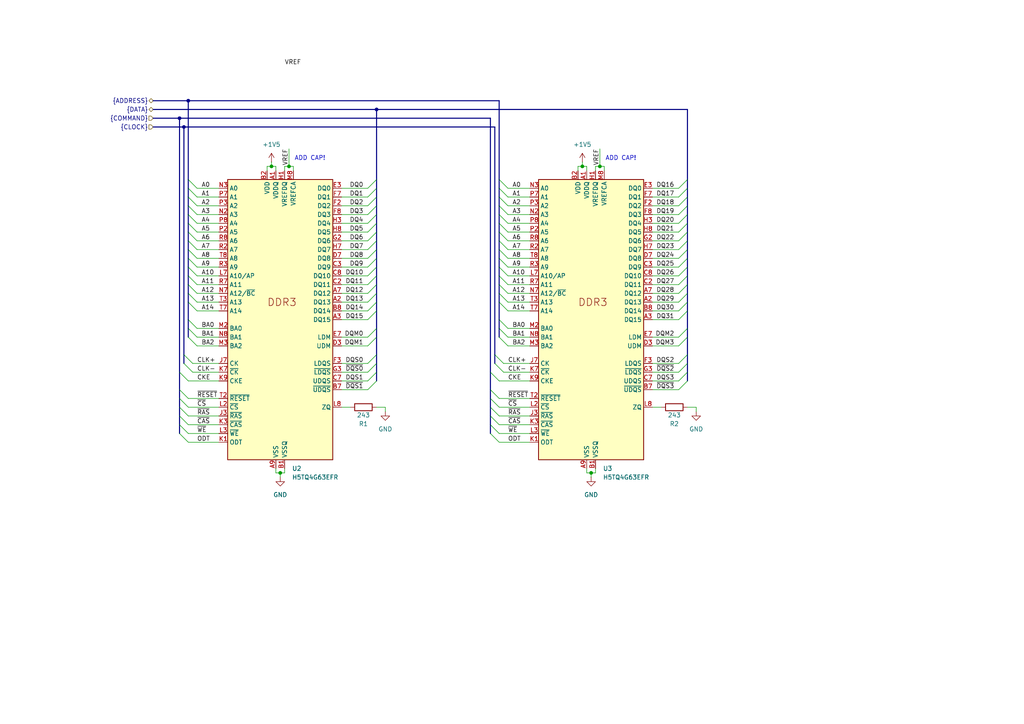
<source format=kicad_sch>
(kicad_sch (version 20250114) (generator "eeschema") (generator_version "9.0")
  (paper "A4")
  (lib_symbols
    (symbol "Device:R" (pin_numbers (hide yes)) (pin_names (offset 0))
      (property "Reference" "R" (at 2.032 0 90))
      (property "Value" "R" (at 0 0 90))
      (symbol "R_0_1"
        (rectangle (start -1.016 -2.54) (end 1.016 2.54) (stroke (width 0.254)))
      )
      (symbol "R_1_1"
        (pin passive line (at 0 3.81 270) (length 1.27) (name "~") (number "1"))
        (pin passive line (at 0 -3.81 90) (length 1.27) (name "~") (number "2"))
      )
    )
    (symbol "cm0:H5TQ4G63EFR"
      (property "Reference" "U" (at -13.97 41.91 0))
      (property "Value" "H5TQ4G63EFR" (at 13.97 41.91 0))
      (symbol "H5TQ4G63EFR_0_1"
        (rectangle (start -15.24 -40.64) (end 15.24 40.64) (stroke (width 0.254)) (fill (type background)))
        (pin input line (at -17.78 38.1 0) (length 2.54) (name "A0") (number "N3"))
        (pin input line (at -17.78 35.56 0) (length 2.54) (name "A1") (number "P7"))
        (pin input line (at -17.78 33.02 0) (length 2.54) (name "A2") (number "P3"))
        (pin input line (at -17.78 30.48 0) (length 2.54) (name "A3") (number "N2"))
        (pin input line (at -17.78 27.94 0) (length 2.54) (name "A4") (number "P8"))
        (pin input line (at -17.78 25.4 0) (length 2.54) (name "A5") (number "P2"))
        (pin input line (at -17.78 22.86 0) (length 2.54) (name "A6") (number "R8"))
        (pin input line (at -17.78 20.32 0) (length 2.54) (name "A7") (number "R2"))
        (pin input line (at -17.78 17.78 0) (length 2.54) (name "A8") (number "T8"))
        (pin input line (at -17.78 15.24 0) (length 2.54) (name "A9") (number "R3"))
        (pin input line (at -17.78 12.7 0) (length 2.54) (name "A10/AP") (number "L7"))
        (pin input line (at -17.78 10.16 0) (length 2.54) (name "A11") (number "R7"))
        (pin input line (at -17.78 7.62 0) (length 2.54) (name "A12/~{BC}") (number "N7"))
        (pin input line (at -17.78 5.08 0) (length 2.54) (name "A13") (number "T3"))
        (pin input line (at -17.78 2.54 0) (length 2.54) (name "A14") (number "T7"))
        (pin input line (at -17.78 -22.86 0) (length 2.54) (name "~{RESET}") (number "T2"))
        (pin input line (at -17.78 -25.4 0) (length 2.54) (name "~{CS}") (number "L2"))
        (pin power_in line (at -3.81 43.18 270) (length 2.54) (name "VDD") (number "B2"))
        (pin passive line (at -3.81 43.18 270) (length 2.54) (hide yes) (name "VDD") (number "D9"))
        (pin passive line (at -3.81 43.18 270) (length 2.54) (hide yes) (name "VDD") (number "G7"))
        (pin passive line (at -3.81 43.18 270) (length 2.54) (hide yes) (name "VDD") (number "K2"))
        (pin passive line (at -3.81 43.18 270) (length 2.54) (hide yes) (name "VDD") (number "K8"))
        (pin passive line (at -3.81 43.18 270) (length 2.54) (hide yes) (name "VDD") (number "N1"))
        (pin passive line (at -3.81 43.18 270) (length 2.54) (hide yes) (name "VDD") (number "N9"))
        (pin passive line (at -3.81 43.18 270) (length 2.54) (hide yes) (name "VDD") (number "R1"))
        (pin passive line (at -3.81 43.18 270) (length 2.54) (hide yes) (name "VDD") (number "R9"))
        (pin power_in line (at -1.27 43.18 270) (length 2.54) (name "VDDQ") (number "A1"))
        (pin passive line (at -1.27 43.18 270) (length 2.54) (hide yes) (name "VDDQ") (number "A8"))
        (pin passive line (at -1.27 43.18 270) (length 2.54) (hide yes) (name "VDDQ") (number "C1"))
        (pin passive line (at -1.27 43.18 270) (length 2.54) (hide yes) (name "VDDQ") (number "C9"))
        (pin passive line (at -1.27 43.18 270) (length 2.54) (hide yes) (name "VDDQ") (number "D2"))
        (pin passive line (at -1.27 43.18 270) (length 2.54) (hide yes) (name "VDDQ") (number "E9"))
        (pin passive line (at -1.27 43.18 270) (length 2.54) (hide yes) (name "VDDQ") (number "F1"))
        (pin passive line (at -1.27 43.18 270) (length 2.54) (hide yes) (name "VDDQ") (number "H2"))
        (pin passive line (at -1.27 43.18 270) (length 2.54) (hide yes) (name "VDDQ") (number "H9"))
        (pin power_in line (at -1.27 -43.18 90) (length 2.54) (name "VSS") (number "A9"))
        (pin passive line (at -1.27 -43.18 90) (length 2.54) (hide yes) (name "VSS") (number "B3"))
        (pin passive line (at -1.27 -43.18 90) (length 2.54) (hide yes) (name "VSS") (number "E1"))
        (pin passive line (at -1.27 -43.18 90) (length 2.54) (hide yes) (name "VSS") (number "G8"))
        (pin passive line (at -1.27 -43.18 90) (length 2.54) (hide yes) (name "VSS") (number "J2"))
        (pin passive line (at -1.27 -43.18 90) (length 2.54) (hide yes) (name "VSS") (number "J8"))
        (pin passive line (at -1.27 -43.18 90) (length 2.54) (hide yes) (name "VSS") (number "M1"))
        (pin passive line (at -1.27 -43.18 90) (length 2.54) (hide yes) (name "VSS") (number "M9"))
        (pin passive line (at -1.27 -43.18 90) (length 2.54) (hide yes) (name "VSS") (number "P1"))
        (pin passive line (at -1.27 -43.18 90) (length 2.54) (hide yes) (name "VSS") (number "P9"))
        (pin passive line (at -1.27 -43.18 90) (length 2.54) (hide yes) (name "VSS") (number "T1"))
        (pin passive line (at -1.27 -43.18 90) (length 2.54) (hide yes) (name "VSS") (number "T9"))
        (pin power_in line (at 1.27 43.18 270) (length 2.54) (name "VREFDQ") (number "H1"))
        (pin power_in line (at 1.27 -43.18 90) (length 2.54) (name "VSSQ") (number "B1"))
        (pin passive line (at 1.27 -43.18 90) (length 2.54) (hide yes) (name "VSSQ") (number "B9"))
        (pin passive line (at 1.27 -43.18 90) (length 2.54) (hide yes) (name "VSSQ") (number "D1"))
        (pin passive line (at 1.27 -43.18 90) (length 2.54) (hide yes) (name "VSSQ") (number "D8"))
        (pin passive line (at 1.27 -43.18 90) (length 2.54) (hide yes) (name "VSSQ") (number "E2"))
        (pin passive line (at 1.27 -43.18 90) (length 2.54) (hide yes) (name "VSSQ") (number "E8"))
        (pin passive line (at 1.27 -43.18 90) (length 2.54) (hide yes) (name "VSSQ") (number "F9"))
        (pin passive line (at 1.27 -43.18 90) (length 2.54) (hide yes) (name "VSSQ") (number "G1"))
        (pin passive line (at 1.27 -43.18 90) (length 2.54) (hide yes) (name "VSSQ") (number "G9"))
        (pin bidirectional line (at 17.78 38.1 180) (length 2.54) (name "DQ0") (number "E3"))
        (pin bidirectional line (at 17.78 35.56 180) (length 2.54) (name "DQ1") (number "F7"))
        (pin bidirectional line (at 17.78 33.02 180) (length 2.54) (name "DQ2") (number "F2"))
        (pin bidirectional line (at 17.78 30.48 180) (length 2.54) (name "DQ3") (number "F8"))
        (pin bidirectional line (at 17.78 27.94 180) (length 2.54) (name "DQ4") (number "H3"))
        (pin bidirectional line (at 17.78 25.4 180) (length 2.54) (name "DQ5") (number "H8"))
        (pin bidirectional line (at 17.78 22.86 180) (length 2.54) (name "DQ6") (number "G2"))
        (pin bidirectional line (at 17.78 20.32 180) (length 2.54) (name "DQ7") (number "H7"))
      )
      (symbol "H5TQ4G63EFR_1_1"
        (text "DDR3" (at -3.81 3.81 0) (effects (font (size 2.1336 2.1336)) (justify left bottom)))
        (pin input line (at -17.78 -2.54 0) (length 2.54) (name "BA0") (number "M2"))
        (pin input line (at -17.78 -5.08 0) (length 2.54) (name "BA1") (number "N8"))
        (pin input line (at -17.78 -7.62 0) (length 2.54) (name "BA2") (number "M3"))
        (pin input line (at -17.78 -12.7 0) (length 2.54) (name "CK") (number "J7"))
        (pin input line (at -17.78 -15.24 0) (length 2.54) (name "~{CK}") (number "K7"))
        (pin input line (at -17.78 -17.78 0) (length 2.54) (name "CKE") (number "K9"))
        (pin input line (at -17.78 -27.94 0) (length 2.54) (name "~{RAS}") (number "J3"))
        (pin input line (at -17.78 -30.48 0) (length 2.54) (name "~{CAS}") (number "K3"))
        (pin input line (at -17.78 -33.02 0) (length 2.54) (name "~{WE}") (number "L3"))
        (pin input line (at -17.78 -35.56 0) (length 2.54) (name "ODT") (number "K1"))
        (pin power_in line (at 3.81 43.18 270) (length 2.54) (name "VREFCA") (number "M8"))
        (pin no_connect line (at 15.24 -27.94 180) (length 2.54) (hide yes) (name "NC") (number "J1"))
        (pin no_connect line (at 15.24 -30.48 180) (length 2.54) (hide yes) (name "NC") (number "J9"))
        (pin no_connect line (at 15.24 -33.02 180) (length 2.54) (hide yes) (name "NC") (number "L1"))
        (pin no_connect line (at 15.24 -35.56 180) (length 2.54) (hide yes) (name "NC") (number "L9"))
        (pin no_connect line (at 15.24 -38.1 180) (length 2.54) (hide yes) (name "NC") (number "M7"))
        (pin bidirectional line (at 17.78 17.78 180) (length 2.54) (name "DQ8") (number "D7"))
        (pin bidirectional line (at 17.78 15.24 180) (length 2.54) (name "DQ9") (number "C3"))
        (pin bidirectional line (at 17.78 12.7 180) (length 2.54) (name "DQ10") (number "C8"))
        (pin bidirectional line (at 17.78 10.16 180) (length 2.54) (name "DQ11") (number "C2"))
        (pin bidirectional line (at 17.78 7.62 180) (length 2.54) (name "DQ12") (number "A7"))
        (pin bidirectional line (at 17.78 5.08 180) (length 2.54) (name "DQ13") (number "A2"))
        (pin bidirectional line (at 17.78 2.54 180) (length 2.54) (name "DQ14") (number "B8"))
        (pin bidirectional line (at 17.78 0 180) (length 2.54) (name "DQ15") (number "A3"))
        (pin input line (at 17.78 -5.08 180) (length 2.54) (name "LDM") (number "E7"))
        (pin input line (at 17.78 -7.62 180) (length 2.54) (name "UDM") (number "D3"))
        (pin bidirectional line (at 17.78 -12.7 180) (length 2.54) (name "LDQS") (number "F3"))
        (pin bidirectional line (at 17.78 -15.24 180) (length 2.54) (name "~{LDQS}") (number "G3"))
        (pin bidirectional line (at 17.78 -17.78 180) (length 2.54) (name "UDQS") (number "C7"))
        (pin bidirectional line (at 17.78 -20.32 180) (length 2.54) (name "~{UDQS}") (number "B7"))
        (pin input line (at 17.78 -25.4 180) (length 2.54) (name "ZQ") (number "L8"))
      )
    )
    (symbol "power:+1V5" (power) (pin_numbers (hide yes)) (pin_names (offset 0) (hide yes))
      (property "Value" "+1V5" (at 0 3.556 0))
      (symbol "+1V5_0_1"
        (polyline (pts (xy -0.762 1.27) (xy 0 2.54)))
        (polyline (pts (xy 0 2.54) (xy 0.762 1.27)))
        (polyline (pts (xy 0 0) (xy 0 2.54)))
      )
      (symbol "+1V5_1_1"
        (pin power_in line (at 0 0 90) (length 0) (name "~") (number "1"))
      )
    )
    (symbol "power:GND" (power) (pin_numbers (hide yes)) (pin_names (offset 0) (hide yes))
      (property "Value" "GND" (at 0 -3.81 0))
      (symbol "GND_0_1"
        (polyline (pts (xy 0 0) (xy 0 -1.27) (xy 1.27 -1.27) (xy 0 -2.54) (xy -1.27 -1.27) (xy 0 -1.27)))
      )
      (symbol "GND_1_1"
        (pin power_in line (at 0 0 270) (length 0) (name "~") (number "1"))
      )
    )
  )
  (bus_alias "ADDRESS" (members "A[0..14]" "BA[0..2]"))
  (bus_alias "CLOCK" (members "CLK+" "CLK-"))
  (bus_alias "COMMAND" (members "CKE" "~{RESET}" "~{CS}" "~{RAS}" "~{CAS}" "~{WE}" "ODT"))
  (bus_alias "DATA" (members "DQ[0..31]" "DQM[0..3]" "DQS[0..3]" "~{DQS0}" "~{DQS1}" "~{DQS2}" "~{DQS3}"))
  (text "ADD CAP!" (at 89.916 45.974 0) (effects (font (size 1.27 1.27))))
  (text "ADD CAP!" (at 180.086 45.974 0) (effects (font (size 1.27 1.27))))
  (junction (at 81.28 137.16))
  (junction (at 52.07 34.29))
  (junction (at 53.34 36.83))
  (junction (at 173.99 48.26))
  (junction (at 78.74 48.26))
  (junction (at 109.22 31.75))
  (junction (at 54.61 29.21))
  (junction (at 83.82 48.26))
  (junction (at 168.91 48.26))
  (junction (at 171.45 137.16))
  (bus_entry (at 106.68 64.77) (size 2.54 -2.54))
  (bus_entry (at 196.85 92.71) (size 2.54 -2.54))
  (bus_entry (at 147.32 59.69) (size -2.54 -2.54))
  (bus_entry (at 57.15 67.31) (size -2.54 -2.54))
  (bus_entry (at 106.68 57.15) (size 2.54 -2.54))
  (bus_entry (at 106.68 113.03) (size 2.54 -2.54))
  (bus_entry (at 55.88 107.95) (size -2.54 -2.54))
  (bus_entry (at 106.68 92.71) (size 2.54 -2.54))
  (bus_entry (at 55.88 105.41) (size -2.54 -2.54))
  (bus_entry (at 196.85 107.95) (size 2.54 -2.54))
  (bus_entry (at 57.15 90.17) (size -2.54 -2.54))
  (bus_entry (at 196.85 100.33) (size 2.54 -2.54))
  (bus_entry (at 54.61 115.57) (size -2.54 -2.54))
  (bus_entry (at 106.68 105.41) (size 2.54 -2.54))
  (bus_entry (at 54.61 123.19) (size -2.54 -2.54))
  (bus_entry (at 196.85 90.17) (size 2.54 -2.54))
  (bus_entry (at 54.61 125.73) (size -2.54 -2.54))
  (bus_entry (at 57.15 80.01) (size -2.54 -2.54))
  (bus_entry (at 196.85 62.23) (size 2.54 -2.54))
  (bus_entry (at 196.85 85.09) (size 2.54 -2.54))
  (bus_entry (at 54.61 110.49) (size -2.54 -2.54))
  (bus_entry (at 144.78 120.65) (size -2.54 -2.54))
  (bus_entry (at 147.32 77.47) (size -2.54 -2.54))
  (bus_entry (at 147.32 87.63) (size -2.54 -2.54))
  (bus_entry (at 106.68 77.47) (size 2.54 -2.54))
  (bus_entry (at 57.15 54.61) (size -2.54 -2.54))
  (bus_entry (at 196.85 110.49) (size 2.54 -2.54))
  (bus_entry (at 147.32 97.79) (size -2.54 -2.54))
  (bus_entry (at 57.15 97.79) (size -2.54 -2.54))
  (bus_entry (at 146.05 107.95) (size -2.54 -2.54))
  (bus_entry (at 144.78 125.73) (size -2.54 -2.54))
  (bus_entry (at 196.85 97.79) (size 2.54 -2.54))
  (bus_entry (at 106.68 72.39) (size 2.54 -2.54))
  (bus_entry (at 147.32 64.77) (size -2.54 -2.54))
  (bus_entry (at 106.68 107.95) (size 2.54 -2.54))
  (bus_entry (at 196.85 80.01) (size 2.54 -2.54))
  (bus_entry (at 106.68 67.31) (size 2.54 -2.54))
  (bus_entry (at 147.32 90.17) (size -2.54 -2.54))
  (bus_entry (at 196.85 87.63) (size 2.54 -2.54))
  (bus_entry (at 57.15 87.63) (size -2.54 -2.54))
  (bus_entry (at 147.32 95.25) (size -2.54 -2.54))
  (bus_entry (at 147.32 72.39) (size -2.54 -2.54))
  (bus_entry (at 57.15 77.47) (size -2.54 -2.54))
  (bus_entry (at 196.85 69.85) (size 2.54 -2.54))
  (bus_entry (at 106.68 110.49) (size 2.54 -2.54))
  (bus_entry (at 196.85 74.93) (size 2.54 -2.54))
  (bus_entry (at 144.78 118.11) (size -2.54 -2.54))
  (bus_entry (at 147.32 54.61) (size -2.54 -2.54))
  (bus_entry (at 106.68 62.23) (size 2.54 -2.54))
  (bus_entry (at 147.32 80.01) (size -2.54 -2.54))
  (bus_entry (at 144.78 123.19) (size -2.54 -2.54))
  (bus_entry (at 106.68 97.79) (size 2.54 -2.54))
  (bus_entry (at 106.68 90.17) (size 2.54 -2.54))
  (bus_entry (at 57.15 59.69) (size -2.54 -2.54))
  (bus_entry (at 196.85 54.61) (size 2.54 -2.54))
  (bus_entry (at 106.68 82.55) (size 2.54 -2.54))
  (bus_entry (at 144.78 110.49) (size -2.54 -2.54))
  (bus_entry (at 57.15 82.55) (size -2.54 -2.54))
  (bus_entry (at 147.32 62.23) (size -2.54 -2.54))
  (bus_entry (at 106.68 100.33) (size 2.54 -2.54))
  (bus_entry (at 146.05 105.41) (size -2.54 -2.54))
  (bus_entry (at 57.15 100.33) (size -2.54 -2.54))
  (bus_entry (at 196.85 77.47) (size 2.54 -2.54))
  (bus_entry (at 57.15 72.39) (size -2.54 -2.54))
  (bus_entry (at 147.32 82.55) (size -2.54 -2.54))
  (bus_entry (at 57.15 62.23) (size -2.54 -2.54))
  (bus_entry (at 147.32 100.33) (size -2.54 -2.54))
  (bus_entry (at 57.15 85.09) (size -2.54 -2.54))
  (bus_entry (at 147.32 67.31) (size -2.54 -2.54))
  (bus_entry (at 147.32 57.15) (size -2.54 -2.54))
  (bus_entry (at 196.85 105.41) (size 2.54 -2.54))
  (bus_entry (at 147.32 74.93) (size -2.54 -2.54))
  (bus_entry (at 54.61 118.11) (size -2.54 -2.54))
  (bus_entry (at 196.85 72.39) (size 2.54 -2.54))
  (bus_entry (at 144.78 128.27) (size -2.54 -2.54))
  (bus_entry (at 196.85 113.03) (size 2.54 -2.54))
  (bus_entry (at 54.61 128.27) (size -2.54 -2.54))
  (bus_entry (at 147.32 85.09) (size -2.54 -2.54))
  (bus_entry (at 57.15 69.85) (size -2.54 -2.54))
  (bus_entry (at 196.85 64.77) (size 2.54 -2.54))
  (bus_entry (at 196.85 67.31) (size 2.54 -2.54))
  (bus_entry (at 106.68 85.09) (size 2.54 -2.54))
  (bus_entry (at 144.78 115.57) (size -2.54 -2.54))
  (bus_entry (at 196.85 59.69) (size 2.54 -2.54))
  (bus_entry (at 54.61 120.65) (size -2.54 -2.54))
  (bus_entry (at 106.68 69.85) (size 2.54 -2.54))
  (bus_entry (at 196.85 82.55) (size 2.54 -2.54))
  (bus_entry (at 106.68 59.69) (size 2.54 -2.54))
  (bus_entry (at 57.15 95.25) (size -2.54 -2.54))
  (bus_entry (at 57.15 57.15) (size -2.54 -2.54))
  (bus_entry (at 57.15 64.77) (size -2.54 -2.54))
  (bus_entry (at 147.32 69.85) (size -2.54 -2.54))
  (bus_entry (at 106.68 54.61) (size 2.54 -2.54))
  (bus_entry (at 106.68 74.93) (size 2.54 -2.54))
  (bus_entry (at 106.68 80.01) (size 2.54 -2.54))
  (bus_entry (at 57.15 74.93) (size -2.54 -2.54))
  (bus_entry (at 196.85 57.15) (size 2.54 -2.54))
  (bus_entry (at 106.68 87.63) (size 2.54 -2.54))
  (wire (pts (xy 168.91 48.26) (xy 170.18 48.26)))
  (wire (pts (xy 147.32 62.23) (xy 153.67 62.23)))
  (wire (pts (xy 54.61 120.65) (xy 63.5 120.65)))
  (bus (pts (xy 54.61 69.85) (xy 54.61 67.31)))
  (wire (pts (xy 99.06 82.55) (xy 106.68 82.55)))
  (wire (pts (xy 173.99 48.26) (xy 172.72 48.26)))
  (wire (pts (xy 201.93 118.11) (xy 199.39 118.11)))
  (bus (pts (xy 53.34 105.41) (xy 53.34 102.87)))
  (bus (pts (xy 52.07 34.29) (xy 44.45 34.29)))
  (bus (pts (xy 144.78 95.25) (xy 144.78 92.71)))
  (wire (pts (xy 83.82 48.26) (xy 82.55 48.26)))
  (wire (pts (xy 99.06 110.49) (xy 106.68 110.49)))
  (wire (pts (xy 99.06 80.01) (xy 106.68 80.01)))
  (wire (pts (xy 201.93 119.38) (xy 201.93 118.11)))
  (bus (pts (xy 54.61 82.55) (xy 54.61 80.01)))
  (wire (pts (xy 144.78 120.65) (xy 153.67 120.65)))
  (bus (pts (xy 109.22 31.75) (xy 199.39 31.75)))
  (bus (pts (xy 109.22 77.47) (xy 109.22 74.93)))
  (bus (pts (xy 144.78 87.63) (xy 144.78 85.09)))
  (wire (pts (xy 146.05 107.95) (xy 153.67 107.95)))
  (bus (pts (xy 109.22 107.95) (xy 109.22 105.41)))
  (wire (pts (xy 57.15 100.33) (xy 63.5 100.33)))
  (bus (pts (xy 53.34 36.83) (xy 143.51 36.83)))
  (wire (pts (xy 81.28 138.43) (xy 81.28 137.16)))
  (bus (pts (xy 109.22 64.77) (xy 109.22 62.23)))
  (wire (pts (xy 189.23 110.49) (xy 196.85 110.49)))
  (wire (pts (xy 189.23 80.01) (xy 196.85 80.01)))
  (bus (pts (xy 199.39 77.47) (xy 199.39 74.93)))
  (wire (pts (xy 147.32 100.33) (xy 153.67 100.33)))
  (wire (pts (xy 189.23 64.77) (xy 196.85 64.77)))
  (bus (pts (xy 54.61 72.39) (xy 54.61 69.85)))
  (bus (pts (xy 144.78 69.85) (xy 144.78 67.31)))
  (wire (pts (xy 54.61 115.57) (xy 63.5 115.57)))
  (bus (pts (xy 199.39 72.39) (xy 199.39 69.85)))
  (wire (pts (xy 189.23 72.39) (xy 196.85 72.39)))
  (bus (pts (xy 199.39 74.93) (xy 199.39 72.39)))
  (bus (pts (xy 109.22 69.85) (xy 109.22 67.31)))
  (wire (pts (xy 189.23 77.47) (xy 196.85 77.47)))
  (wire (pts (xy 168.91 48.26) (xy 167.64 48.26)))
  (bus (pts (xy 109.22 90.17) (xy 109.22 87.63)))
  (wire (pts (xy 99.06 69.85) (xy 106.68 69.85)))
  (wire (pts (xy 172.72 48.26) (xy 172.72 49.53)))
  (wire (pts (xy 99.06 77.47) (xy 106.68 77.47)))
  (wire (pts (xy 189.23 62.23) (xy 196.85 62.23)))
  (wire (pts (xy 171.45 138.43) (xy 171.45 137.16)))
  (wire (pts (xy 99.06 107.95) (xy 106.68 107.95)))
  (bus (pts (xy 144.78 97.79) (xy 144.78 95.25)))
  (wire (pts (xy 189.23 85.09) (xy 196.85 85.09)))
  (bus (pts (xy 199.39 90.17) (xy 199.39 87.63)))
  (bus (pts (xy 199.39 102.87) (xy 199.39 97.79)))
  (bus (pts (xy 199.39 59.69) (xy 199.39 57.15)))
  (wire (pts (xy 85.09 48.26) (xy 85.09 49.53)))
  (bus (pts (xy 142.24 115.57) (xy 142.24 113.03)))
  (bus (pts (xy 142.24 34.29) (xy 52.07 34.29)))
  (wire (pts (xy 189.23 118.11) (xy 191.77 118.11)))
  (bus (pts (xy 144.78 64.77) (xy 144.78 62.23)))
  (wire (pts (xy 147.32 59.69) (xy 153.67 59.69)))
  (wire (pts (xy 172.72 135.89) (xy 172.72 137.16)))
  (wire (pts (xy 99.06 118.11) (xy 101.6 118.11)))
  (wire (pts (xy 189.23 59.69) (xy 196.85 59.69)))
  (bus (pts (xy 199.39 62.23) (xy 199.39 59.69)))
  (bus (pts (xy 144.78 59.69) (xy 144.78 57.15)))
  (wire (pts (xy 99.06 54.61) (xy 106.68 54.61)))
  (bus (pts (xy 109.22 80.01) (xy 109.22 77.47)))
  (bus (pts (xy 109.22 54.61) (xy 109.22 52.07)))
  (wire (pts (xy 189.23 87.63) (xy 196.85 87.63)))
  (bus (pts (xy 144.78 82.55) (xy 144.78 80.01)))
  (bus (pts (xy 54.61 54.61) (xy 54.61 52.07)))
  (wire (pts (xy 77.47 48.26) (xy 77.47 49.53)))
  (wire (pts (xy 99.06 90.17) (xy 106.68 90.17)))
  (wire (pts (xy 57.15 95.25) (xy 63.5 95.25)))
  (bus (pts (xy 109.22 97.79) (xy 109.22 95.25)))
  (wire (pts (xy 81.28 137.16) (xy 82.55 137.16)))
  (bus (pts (xy 109.22 95.25) (xy 109.22 90.17)))
  (bus (pts (xy 144.78 52.07) (xy 144.78 29.21)))
  (wire (pts (xy 171.45 137.16) (xy 172.72 137.16)))
  (wire (pts (xy 57.15 74.93) (xy 63.5 74.93)))
  (wire (pts (xy 99.06 97.79) (xy 106.68 97.79)))
  (bus (pts (xy 199.39 82.55) (xy 199.39 80.01)))
  (wire (pts (xy 99.06 59.69) (xy 106.68 59.69)))
  (wire (pts (xy 57.15 57.15) (xy 63.5 57.15)))
  (wire (pts (xy 99.06 92.71) (xy 106.68 92.71)))
  (wire (pts (xy 189.23 74.93) (xy 196.85 74.93)))
  (wire (pts (xy 57.15 85.09) (xy 63.5 85.09)))
  (wire (pts (xy 168.91 46.99) (xy 168.91 48.26)))
  (wire (pts (xy 54.61 118.11) (xy 63.5 118.11)))
  (wire (pts (xy 78.74 48.26) (xy 80.01 48.26)))
  (wire (pts (xy 147.32 57.15) (xy 153.67 57.15)))
  (wire (pts (xy 57.15 67.31) (xy 63.5 67.31)))
  (wire (pts (xy 171.45 137.16) (xy 170.18 137.16)))
  (bus (pts (xy 44.45 31.75) (xy 109.22 31.75)))
  (bus (pts (xy 144.78 54.61) (xy 144.78 52.07)))
  (wire (pts (xy 54.61 128.27) (xy 63.5 128.27)))
  (bus (pts (xy 52.07 107.95) (xy 52.07 34.29)))
  (bus (pts (xy 52.07 123.19) (xy 52.07 120.65)))
  (wire (pts (xy 147.32 74.93) (xy 153.67 74.93)))
  (wire (pts (xy 57.15 64.77) (xy 63.5 64.77)))
  (wire (pts (xy 80.01 48.26) (xy 80.01 49.53)))
  (bus (pts (xy 144.78 85.09) (xy 144.78 82.55)))
  (bus (pts (xy 199.39 105.41) (xy 199.39 102.87)))
  (wire (pts (xy 173.99 43.18) (xy 173.99 48.26)))
  (bus (pts (xy 52.07 115.57) (xy 52.07 113.03)))
  (bus (pts (xy 54.61 57.15) (xy 54.61 54.61)))
  (wire (pts (xy 147.32 72.39) (xy 153.67 72.39)))
  (bus (pts (xy 54.61 29.21) (xy 44.45 29.21)))
  (wire (pts (xy 144.78 125.73) (xy 153.67 125.73)))
  (wire (pts (xy 147.32 87.63) (xy 153.67 87.63)))
  (wire (pts (xy 57.15 54.61) (xy 63.5 54.61)))
  (wire (pts (xy 147.32 64.77) (xy 153.67 64.77)))
  (wire (pts (xy 99.06 85.09) (xy 106.68 85.09)))
  (bus (pts (xy 144.78 92.71) (xy 144.78 87.63)))
  (wire (pts (xy 78.74 48.26) (xy 77.47 48.26)))
  (wire (pts (xy 57.15 62.23) (xy 63.5 62.23)))
  (wire (pts (xy 147.32 54.61) (xy 153.67 54.61)))
  (wire (pts (xy 99.06 62.23) (xy 106.68 62.23)))
  (bus (pts (xy 144.78 57.15) (xy 144.78 54.61)))
  (bus (pts (xy 199.39 57.15) (xy 199.39 54.61)))
  (bus (pts (xy 109.22 52.07) (xy 109.22 31.75)))
  (wire (pts (xy 99.06 100.33) (xy 106.68 100.33)))
  (bus (pts (xy 199.39 95.25) (xy 199.39 90.17)))
  (wire (pts (xy 54.61 110.49) (xy 63.5 110.49)))
  (bus (pts (xy 199.39 85.09) (xy 199.39 82.55)))
  (bus (pts (xy 199.39 67.31) (xy 199.39 64.77)))
  (bus (pts (xy 109.22 82.55) (xy 109.22 80.01)))
  (wire (pts (xy 147.32 95.25) (xy 153.67 95.25)))
  (bus (pts (xy 144.78 72.39) (xy 144.78 69.85)))
  (bus (pts (xy 109.22 87.63) (xy 109.22 85.09)))
  (wire (pts (xy 57.15 77.47) (xy 63.5 77.47)))
  (bus (pts (xy 199.39 97.79) (xy 199.39 95.25)))
  (bus (pts (xy 109.22 102.87) (xy 109.22 97.79)))
  (wire (pts (xy 82.55 135.89) (xy 82.55 137.16)))
  (wire (pts (xy 78.74 46.99) (xy 78.74 48.26)))
  (wire (pts (xy 189.23 90.17) (xy 196.85 90.17)))
  (wire (pts (xy 189.23 113.03) (xy 196.85 113.03)))
  (bus (pts (xy 142.24 120.65) (xy 142.24 118.11)))
  (wire (pts (xy 175.26 48.26) (xy 175.26 49.53)))
  (wire (pts (xy 147.32 82.55) (xy 153.67 82.55)))
  (bus (pts (xy 144.78 80.01) (xy 144.78 77.47)))
  (bus (pts (xy 54.61 64.77) (xy 54.61 62.23)))
  (bus (pts (xy 54.61 59.69) (xy 54.61 57.15)))
  (wire (pts (xy 83.82 48.26) (xy 85.09 48.26)))
  (wire (pts (xy 189.23 67.31) (xy 196.85 67.31)))
  (bus (pts (xy 52.07 120.65) (xy 52.07 118.11)))
  (bus (pts (xy 109.22 110.49) (xy 109.22 107.95)))
  (bus (pts (xy 54.61 80.01) (xy 54.61 77.47)))
  (wire (pts (xy 57.15 90.17) (xy 63.5 90.17)))
  (bus (pts (xy 144.78 74.93) (xy 144.78 72.39)))
  (wire (pts (xy 54.61 123.19) (xy 63.5 123.19)))
  (bus (pts (xy 54.61 95.25) (xy 54.61 92.71)))
  (bus (pts (xy 52.07 113.03) (xy 52.07 107.95)))
  (bus (pts (xy 54.61 74.93) (xy 54.61 72.39)))
  (wire (pts (xy 147.32 77.47) (xy 153.67 77.47)))
  (bus (pts (xy 54.61 52.07) (xy 54.61 29.21)))
  (wire (pts (xy 82.55 48.26) (xy 82.55 49.53)))
  (wire (pts (xy 144.78 110.49) (xy 153.67 110.49)))
  (wire (pts (xy 57.15 80.01) (xy 63.5 80.01)))
  (bus (pts (xy 109.22 72.39) (xy 109.22 69.85)))
  (bus (pts (xy 199.39 69.85) (xy 199.39 67.31)))
  (bus (pts (xy 109.22 62.23) (xy 109.22 59.69)))
  (wire (pts (xy 189.23 92.71) (xy 196.85 92.71)))
  (bus (pts (xy 53.34 102.87) (xy 53.34 36.83)))
  (wire (pts (xy 189.23 100.33) (xy 196.85 100.33)))
  (wire (pts (xy 57.15 69.85) (xy 63.5 69.85)))
  (wire (pts (xy 81.28 137.16) (xy 80.01 137.16)))
  (bus (pts (xy 143.51 102.87) (xy 143.51 36.83)))
  (bus (pts (xy 144.78 67.31) (xy 144.78 64.77)))
  (bus (pts (xy 142.24 113.03) (xy 142.24 107.95)))
  (bus (pts (xy 54.61 97.79) (xy 54.61 95.25)))
  (wire (pts (xy 55.88 105.41) (xy 63.5 105.41)))
  (wire (pts (xy 80.01 137.16) (xy 80.01 135.89)))
  (wire (pts (xy 167.64 48.26) (xy 167.64 49.53)))
  (wire (pts (xy 99.06 64.77) (xy 106.68 64.77)))
  (wire (pts (xy 147.32 85.09) (xy 153.67 85.09)))
  (wire (pts (xy 147.32 97.79) (xy 153.67 97.79)))
  (wire (pts (xy 54.61 125.73) (xy 63.5 125.73)))
  (wire (pts (xy 189.23 69.85) (xy 196.85 69.85)))
  (bus (pts (xy 199.39 64.77) (xy 199.39 62.23)))
  (wire (pts (xy 147.32 67.31) (xy 153.67 67.31)))
  (wire (pts (xy 57.15 82.55) (xy 63.5 82.55)))
  (bus (pts (xy 109.22 67.31) (xy 109.22 64.77)))
  (bus (pts (xy 109.22 57.15) (xy 109.22 54.61)))
  (wire (pts (xy 99.06 105.41) (xy 106.68 105.41)))
  (bus (pts (xy 52.07 125.73) (xy 52.07 123.19)))
  (bus (pts (xy 109.22 59.69) (xy 109.22 57.15)))
  (wire (pts (xy 170.18 48.26) (xy 170.18 49.53)))
  (bus (pts (xy 199.39 80.01) (xy 199.39 77.47)))
  (wire (pts (xy 146.05 105.41) (xy 153.67 105.41)))
  (bus (pts (xy 54.61 62.23) (xy 54.61 59.69)))
  (bus (pts (xy 199.39 107.95) (xy 199.39 105.41)))
  (wire (pts (xy 147.32 69.85) (xy 153.67 69.85)))
  (bus (pts (xy 144.78 62.23) (xy 144.78 59.69)))
  (bus (pts (xy 144.78 77.47) (xy 144.78 74.93)))
  (bus (pts (xy 109.22 85.09) (xy 109.22 82.55)))
  (bus (pts (xy 199.39 110.49) (xy 199.39 107.95)))
  (wire (pts (xy 147.32 90.17) (xy 153.67 90.17)))
  (wire (pts (xy 57.15 97.79) (xy 63.5 97.79)))
  (wire (pts (xy 144.78 118.11) (xy 153.67 118.11)))
  (wire (pts (xy 189.23 105.41) (xy 196.85 105.41)))
  (wire (pts (xy 144.78 123.19) (xy 153.67 123.19)))
  (wire (pts (xy 57.15 59.69) (xy 63.5 59.69)))
  (wire (pts (xy 189.23 54.61) (xy 196.85 54.61)))
  (wire (pts (xy 189.23 82.55) (xy 196.85 82.55)))
  (wire (pts (xy 147.32 80.01) (xy 153.67 80.01)))
  (wire (pts (xy 173.99 48.26) (xy 175.26 48.26)))
  (bus (pts (xy 144.78 29.21) (xy 54.61 29.21)))
  (wire (pts (xy 55.88 107.95) (xy 63.5 107.95)))
  (bus (pts (xy 143.51 105.41) (xy 143.51 102.87)))
  (wire (pts (xy 170.18 137.16) (xy 170.18 135.89)))
  (bus (pts (xy 142.24 107.95) (xy 142.24 34.29)))
  (wire (pts (xy 57.15 72.39) (xy 63.5 72.39)))
  (bus (pts (xy 54.61 77.47) (xy 54.61 74.93)))
  (bus (pts (xy 54.61 85.09) (xy 54.61 82.55)))
  (wire (pts (xy 99.06 57.15) (xy 106.68 57.15)))
  (wire (pts (xy 111.76 119.38) (xy 111.76 118.11)))
  (bus (pts (xy 199.39 87.63) (xy 199.39 85.09)))
  (bus (pts (xy 142.24 125.73) (xy 142.24 123.19)))
  (bus (pts (xy 199.39 52.07) (xy 199.39 31.75)))
  (bus (pts (xy 199.39 54.61) (xy 199.39 52.07)))
  (wire (pts (xy 144.78 128.27) (xy 153.67 128.27)))
  (bus (pts (xy 54.61 67.31) (xy 54.61 64.77)))
  (wire (pts (xy 144.78 115.57) (xy 153.67 115.57)))
  (wire (pts (xy 99.06 74.93) (xy 106.68 74.93)))
  (wire (pts (xy 99.06 87.63) (xy 106.68 87.63)))
  (bus (pts (xy 44.45 36.83) (xy 53.34 36.83)))
  (wire (pts (xy 99.06 113.03) (xy 106.68 113.03)))
  (bus (pts (xy 109.22 74.93) (xy 109.22 72.39)))
  (wire (pts (xy 57.15 87.63) (xy 63.5 87.63)))
  (wire (pts (xy 189.23 57.15) (xy 196.85 57.15)))
  (wire (pts (xy 111.76 118.11) (xy 109.22 118.11)))
  (wire (pts (xy 189.23 97.79) (xy 196.85 97.79)))
  (bus (pts (xy 52.07 118.11) (xy 52.07 115.57)))
  (bus (pts (xy 109.22 105.41) (xy 109.22 102.87)))
  (wire (pts (xy 189.23 107.95) (xy 196.85 107.95)))
  (bus (pts (xy 142.24 123.19) (xy 142.24 120.65)))
  (wire (pts (xy 83.82 43.18) (xy 83.82 48.26)))
  (bus (pts (xy 142.24 118.11) (xy 142.24 115.57)))
  (bus (pts (xy 54.61 92.71) (xy 54.61 87.63)))
  (bus (pts (xy 54.61 87.63) (xy 54.61 85.09)))
  (wire (pts (xy 99.06 67.31) (xy 106.68 67.31)))
  (wire (pts (xy 99.06 72.39) (xy 106.68 72.39)))
  (label "~{CAS}" (at 147.32 123.19 0))
  (label "A10" (at 148.59 80.01 0))
  (label "A5" (at 148.59 67.31 0))
  (label "DQ18" (at 195.58 59.69 180))
  (label "BA0" (at 58.42 95.25 0))
  (label "A6" (at 148.59 69.85 0))
  (label "A14" (at 148.59 90.17 0))
  (label "A8" (at 58.42 74.93 0))
  (label "DQ28" (at 195.58 85.09 180))
  (label "BA1" (at 148.59 97.79 0))
  (label "DQ16" (at 195.58 54.61 180))
  (label "A2" (at 148.59 59.69 0))
  (label "A3" (at 58.42 62.23 0))
  (label "A2" (at 58.42 59.69 0))
  (label "A1" (at 58.42 57.15 0))
  (label "BA0" (at 148.59 95.25 0))
  (label "A12" (at 58.42 85.09 0))
  (label "~{CS}" (at 57.15 118.11 0))
  (label "DQ24" (at 195.58 74.93 180))
  (label "DQ9" (at 105.41 77.47 180))
  (label "DQS3" (at 195.58 110.49 180))
  (label "A4" (at 148.59 64.77 0))
  (label "CKE" (at 147.32 110.49 0))
  (label "DQ5" (at 105.41 67.31 180))
  (label "A9" (at 58.42 77.47 0))
  (label "~{WE}" (at 147.32 125.73 0))
  (label "DQS0" (at 105.41 105.41 180))
  (label "A13" (at 58.42 87.63 0))
  (label "DQ11" (at 105.41 82.55 180))
  (label "DQM1" (at 105.41 100.33 180))
  (label "DQ7" (at 105.41 72.39 180))
  (label "DQM0" (at 105.41 97.79 180))
  (label "DQ0" (at 105.41 54.61 180))
  (label "A3" (at 148.59 62.23 0))
  (label "DQ26" (at 195.58 80.01 180))
  (label "DQ13" (at 105.41 87.63 180))
  (label "BA2" (at 58.42 100.33 0))
  (label "~{DQS1}" (at 105.41 113.03 180))
  (label "CLK-" (at 57.15 107.95 0))
  (label "A12" (at 148.59 85.09 0))
  (label "DQ25" (at 195.58 77.47 180))
  (label "A6" (at 58.42 69.85 0))
  (label "DQ29" (at 195.58 87.63 180))
  (label "A7" (at 58.42 72.39 0))
  (label "DQ17" (at 195.58 57.15 180))
  (label "BA2" (at 148.59 100.33 0))
  (label "~{DQS0}" (at 105.41 107.95 180))
  (label "~{CS}" (at 147.32 118.11 0))
  (label "A10" (at 58.42 80.01 0))
  (label "~{CAS}" (at 57.15 123.19 0))
  (label "A5" (at 58.42 67.31 0))
  (label "~{RAS}" (at 147.32 120.65 0))
  (label "DQ8" (at 105.41 74.93 180))
  (label "VREF" (at 173.99 43.18 270))
  (label "DQ1" (at 105.41 57.15 180))
  (label "CLK-" (at 147.32 107.95 0))
  (label "DQ31" (at 195.58 92.71 180))
  (label "A13" (at 148.59 87.63 0))
  (label "VREF" (at 83.82 43.18 270))
  (label "CKE" (at 57.15 110.49 0))
  (label "A4" (at 58.42 64.77 0))
  (label "ODT" (at 147.32 128.27 0))
  (label "CLK+" (at 57.15 105.41 0))
  (label "DQ21" (at 195.58 67.31 180))
  (label "CLK+" (at 147.32 105.41 0))
  (label "DQ30" (at 195.58 90.17 180))
  (label "DQS2" (at 195.58 105.41 180))
  (label "A14" (at 58.42 90.17 0))
  (label "~{RAS}" (at 57.15 120.65 0))
  (label "DQ22" (at 195.58 69.85 180))
  (label "DQ12" (at 105.41 85.09 180))
  (label "~{WE}" (at 57.15 125.73 0))
  (label "A0" (at 58.42 54.61 0))
  (label "A11" (at 58.42 82.55 0))
  (label "A8" (at 148.59 74.93 0))
  (label "~{DQS3}" (at 195.58 113.03 180))
  (label "VREF" (at 82.55 19.05 0))
  (label "A1" (at 148.59 57.15 0))
  (label "DQ19" (at 195.58 62.23 180))
  (label "~{DQS2}" (at 195.58 107.95 180))
  (label "DQ6" (at 105.41 69.85 180))
  (label "DQM3" (at 195.58 100.33 180))
  (label "DQ3" (at 105.41 62.23 180))
  (label "A0" (at 148.59 54.61 0))
  (label "~{RESET}" (at 57.15 115.57 0))
  (label "DQ20" (at 195.58 64.77 180))
  (label "A11" (at 148.59 82.55 0))
  (label "DQ23" (at 195.58 72.39 180))
  (label "DQ15" (at 105.41 92.71 180))
  (label "DQ4" (at 105.41 64.77 180))
  (label "A9" (at 148.59 77.47 0))
  (label "ODT" (at 57.15 128.27 0))
  (label "BA1" (at 58.42 97.79 0))
  (label "DQM2" (at 195.58 97.79 180))
  (label "DQ27" (at 195.58 82.55 180))
  (label "A7" (at 148.59 72.39 0))
  (label "DQ14" (at 105.41 90.17 180))
  (label "DQ2" (at 105.41 59.69 180))
  (label "~{RESET}" (at 147.32 115.57 0))
  (label "DQS1" (at 105.41 110.49 180))
  (label "DQ10" (at 105.41 80.01 180))
  (hierarchical_label "{ADDRESS}" (shape bidirectional) (at 44.45 29.21 180))
  (hierarchical_label "{COMMAND}" (shape input) (at 44.45 34.29 180))
  (hierarchical_label "{CLOCK}" (shape input) (at 44.45 36.83 180))
  (hierarchical_label "{DATA}" (shape bidirectional) (at 44.45 31.75 180))
  (symbol (lib_id "cm0:H5TQ4G63EFR") (at 81.28 92.71 0) (unit 1)
    (property "Reference" "U2" (at 84.6933 135.89 0) (effects (justify left)))
    (property "Value" "H5TQ4G63EFR" (at 84.6933 138.43 0) (effects (justify left)))
    (property "Footprint" "Package_BGA:FBGA-96_7.5x13mm_Layout9x16_P0.8mm" (effects (hide yes)))
    (property "Datasheet" "https://www.lcsc.com/datasheet/C2803259.pdf" (effects (hide yes)))
    (property "Description" "4Gb (256Mx16 bit) Double Data Rate 3 Synchronous DRAM" (effects (hide yes)))
  )
  (symbol (lib_id "Device:R") (at 195.58 118.11 90) (mirror x) (unit 1)
    (property "Reference" "R2" (at 195.58 122.936 90))
    (property "Value" "243" (at 195.58 120.396 90))
    (property "Description" "Resistor" (effects (hide yes)))
  )
  (symbol (lib_id "cm0:H5TQ4G63EFR") (at 171.45 92.71 0) (unit 1)
    (property "Reference" "U3" (at 174.8633 135.89 0) (effects (justify left)))
    (property "Value" "H5TQ4G63EFR" (at 174.8633 138.43 0) (effects (justify left)))
    (property "Footprint" "Package_BGA:FBGA-96_7.5x13mm_Layout9x16_P0.8mm" (effects (hide yes)))
    (property "Datasheet" "https://www.lcsc.com/datasheet/C2803259.pdf" (effects (hide yes)))
    (property "Description" "4Gb (256Mx16 bit) Double Data Rate 3 Synchronous DRAM" (effects (hide yes)))
  )
  (symbol (lib_id "power:+1V5") (at 168.91 46.99 0) (unit 1)
    (property "Reference" "#PWR04" (effects (hide yes)))
    (property "Value" "+1V5" (at 168.91 41.91 0))
    (property "Description" "Power symbol creates a global label with name \"+1V5\"" (effects (hide yes)))
  )
  (symbol (lib_id "power:GND") (at 81.28 138.43 0) (unit 1)
    (property "Reference" "#PWR02" (effects (hide yes)))
    (property "Value" "GND" (at 81.28 143.51 0))
    (property "Description" "Power symbol creates a global label with name \"GND\" , ground" (effects (hide yes)))
  )
  (symbol (lib_id "Device:R") (at 105.41 118.11 90) (mirror x) (unit 1)
    (property "Reference" "R1" (at 105.41 122.936 90))
    (property "Value" "243" (at 105.41 120.396 90))
    (property "Description" "Resistor" (effects (hide yes)))
  )
  (symbol (lib_id "power:GND") (at 201.93 119.38 0) (unit 1)
    (property "Reference" "#PWR06" (effects (hide yes)))
    (property "Value" "GND" (at 201.93 124.46 0))
    (property "Description" "Power symbol creates a global label with name \"GND\" , ground" (effects (hide yes)))
  )
  (symbol (lib_id "power:GND") (at 111.76 119.38 0) (unit 1)
    (property "Reference" "#PWR03" (effects (hide yes)))
    (property "Value" "GND" (at 111.76 124.46 0))
    (property "Description" "Power symbol creates a global label with name \"GND\" , ground" (effects (hide yes)))
  )
  (symbol (lib_id "power:+1V5") (at 78.74 46.99 0) (unit 1)
    (property "Reference" "#PWR01" (effects (hide yes)))
    (property "Value" "+1V5" (at 78.74 41.91 0))
    (property "Description" "Power symbol creates a global label with name \"+1V5\"" (effects (hide yes)))
  )
  (symbol (lib_id "power:GND") (at 171.45 138.43 0) (unit 1)
    (property "Reference" "#PWR05" (effects (hide yes)))
    (property "Value" "GND" (at 171.45 143.51 0))
    (property "Description" "Power symbol creates a global label with name \"GND\" , ground" (effects (hide yes)))
  )
)
</source>
